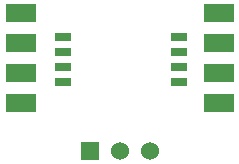
<source format=gts>
G04 (created by PCBNEW (2013-07-07 BZR 4022)-stable) date 16/01/2015 23:25:09*
%MOIN*%
G04 Gerber Fmt 3.4, Leading zero omitted, Abs format*
%FSLAX34Y34*%
G01*
G70*
G90*
G04 APERTURE LIST*
%ADD10C,0.00590551*%
%ADD11R,0.1X0.0598425*%
%ADD12R,0.06X0.06*%
%ADD13C,0.06*%
%ADD14R,0.0531496X0.0271654*%
G04 APERTURE END LIST*
G54D10*
G54D11*
X51700Y-24700D03*
X51700Y-25700D03*
X51700Y-26700D03*
X51700Y-27700D03*
X58300Y-27700D03*
X58300Y-26700D03*
X58300Y-25700D03*
X58300Y-24700D03*
G54D12*
X54000Y-29300D03*
G54D13*
X55000Y-29300D03*
X56000Y-29300D03*
G54D14*
X53100Y-26000D03*
X53100Y-26500D03*
X53100Y-27000D03*
X56975Y-27000D03*
X56975Y-26500D03*
X56975Y-26000D03*
X56975Y-25500D03*
X53100Y-25500D03*
M02*

</source>
